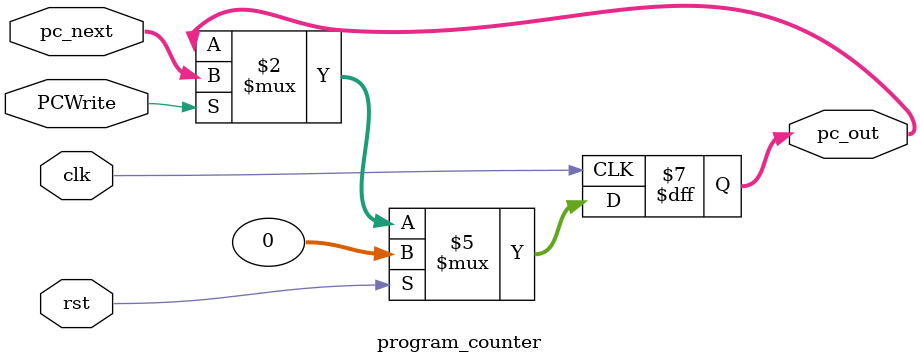
<source format=sv>

module program_counter(
    input logic         PCWrite,
    input  logic        clk,
    input  logic        rst,
    input  logic [31:0] pc_next,
    output logic [31:0] pc_out
);

always_ff @(posedge clk) begin
    if (rst)
        pc_out <= 32'd0;
    else if (PCWrite)
        pc_out <= pc_next;
end

endmodule
</source>
